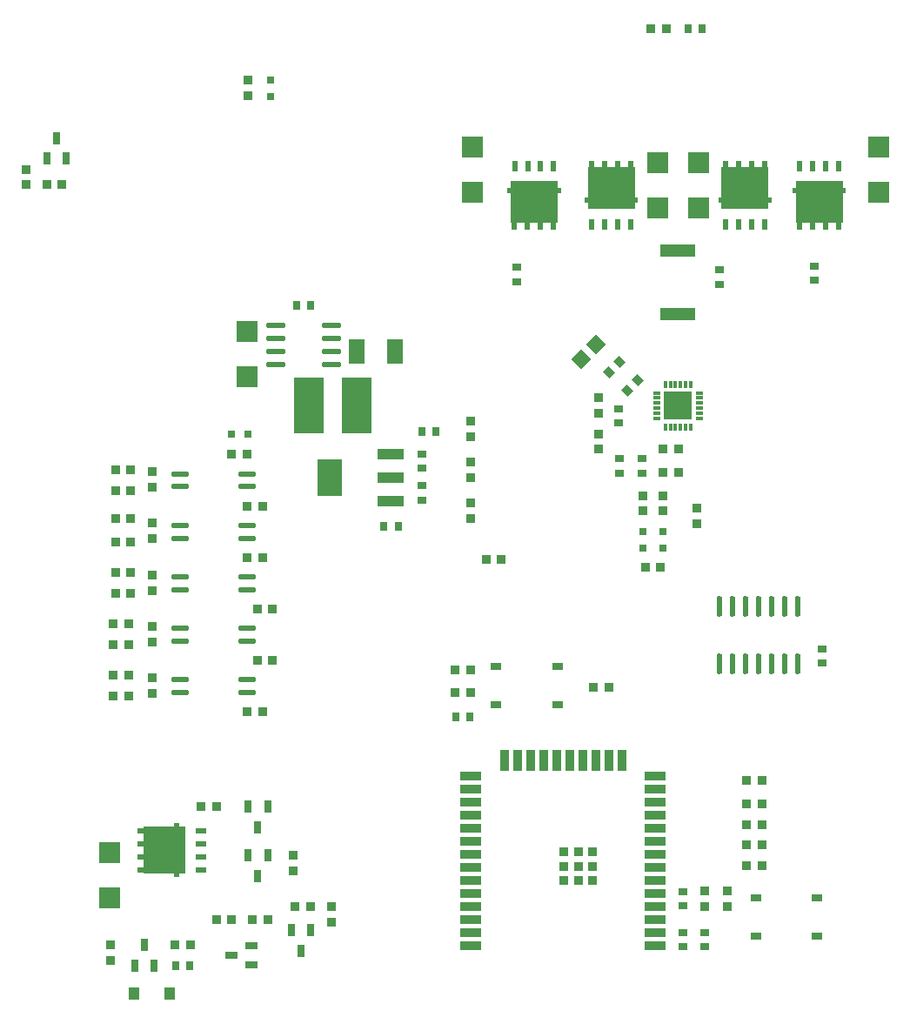
<source format=gbr>
%TF.GenerationSoftware,KiCad,Pcbnew,9.0.0*%
%TF.CreationDate,2025-03-04T23:32:21+01:00*%
%TF.ProjectId,garage-door-controller,67617261-6765-42d6-946f-6f722d636f6e,rev?*%
%TF.SameCoordinates,Original*%
%TF.FileFunction,Paste,Top*%
%TF.FilePolarity,Positive*%
%FSLAX46Y46*%
G04 Gerber Fmt 4.6, Leading zero omitted, Abs format (unit mm)*
G04 Created by KiCad (PCBNEW 9.0.0) date 2025-03-04 23:32:21*
%MOMM*%
%LPD*%
G01*
G04 APERTURE LIST*
G04 Aperture macros list*
%AMRotRect*
0 Rectangle, with rotation*
0 The origin of the aperture is its center*
0 $1 length*
0 $2 width*
0 $3 Rotation angle, in degrees counterclockwise*
0 Add horizontal line*
21,1,$1,$2,0,0,$3*%
G04 Aperture macros list end*
%ADD10R,0.860000X0.810000*%
%ADD11R,0.810000X0.860000*%
%ADD12R,3.460000X1.280000*%
%ADD13R,1.510000X2.380000*%
%ADD14R,0.580000X1.080000*%
%ADD15R,0.950000X0.500000*%
%ADD16R,4.600000X4.100000*%
%ADD17R,1.100000X1.200000*%
%ADD18RotRect,1.410000X1.350000X45.000000*%
%ADD19R,0.800000X0.900000*%
%ADD20R,1.000000X0.750000*%
%ADD21R,2.000000X2.000000*%
%ADD22R,0.900000X0.800000*%
%ADD23R,0.700000X1.250000*%
%ADD24R,0.800000X0.800000*%
%ADD25R,1.250000X0.700000*%
%ADD26R,1.080000X0.580000*%
%ADD27R,0.500000X0.950000*%
%ADD28R,4.100000X4.600000*%
%ADD29O,0.570000X2.040000*%
%ADD30O,1.710000X0.560000*%
%ADD31RotRect,0.800000X0.900000X225.000000*%
%ADD32R,0.800000X0.300000*%
%ADD33R,0.300000X0.800000*%
%ADD34R,2.800000X2.800000*%
%ADD35R,2.500000X1.100000*%
%ADD36R,2.340000X3.600000*%
%ADD37R,2.100000X0.950000*%
%ADD38R,0.950000X2.100000*%
%ADD39R,0.900000X0.900000*%
%ADD40R,3.000000X5.500000*%
%ADD41O,1.950000X0.570000*%
%ADD42RotRect,0.800000X0.900000X45.000000*%
G04 APERTURE END LIST*
D10*
%TO.C,R36*%
X98492380Y-96500000D03*
X98492380Y-95000000D03*
%TD*%
D11*
%TO.C,R3*%
X63950000Y-95760000D03*
X65450000Y-95760000D03*
%TD*%
D12*
%TO.C,RS1*%
X118700000Y-80570000D03*
X118700000Y-74430000D03*
%TD*%
D13*
%TO.C,C4*%
X91110000Y-84250000D03*
X87390000Y-84250000D03*
%TD*%
D14*
%TO.C,Q12*%
X134350000Y-66170000D03*
X133080000Y-66170000D03*
X131820000Y-66170000D03*
X130550000Y-66170000D03*
X130540000Y-71830000D03*
X131810000Y-71830000D03*
X133080000Y-71830000D03*
X134350000Y-71830000D03*
D15*
X134620000Y-68540000D03*
D16*
X132450000Y-69690000D03*
D15*
X130280000Y-68540000D03*
%TD*%
D17*
%TO.C,ZD1*%
X65770000Y-146700000D03*
X69230000Y-146700000D03*
%TD*%
D10*
%TO.C,R46*%
X117250000Y-99750000D03*
X117250000Y-98250000D03*
%TD*%
D11*
%TO.C,R11*%
X63750000Y-117760000D03*
X65250000Y-117760000D03*
%TD*%
D10*
%TO.C,R17*%
X67500000Y-112510000D03*
X67500000Y-111010000D03*
%TD*%
D18*
%TO.C,C12*%
X109292893Y-84957107D03*
X110707107Y-83542893D03*
%TD*%
D19*
%TO.C,C18*%
X119650001Y-52850477D03*
X121050001Y-52850477D03*
%TD*%
D20*
%TO.C,SW2*%
X132250000Y-141100000D03*
X126250000Y-141100000D03*
X132250000Y-137400000D03*
X126250000Y-137400000D03*
%TD*%
D10*
%TO.C,R49*%
X123500000Y-136750000D03*
X123500000Y-138250000D03*
%TD*%
D19*
%TO.C,C5*%
X91450000Y-101250000D03*
X90050000Y-101250000D03*
%TD*%
D10*
%TO.C,R39*%
X111000000Y-88750000D03*
X111000000Y-90250000D03*
%TD*%
%TO.C,R30*%
X81250000Y-133250000D03*
X81250000Y-134750000D03*
%TD*%
D11*
%TO.C,R19*%
X71250000Y-142000000D03*
X69750000Y-142000000D03*
%TD*%
%TO.C,R8*%
X63950000Y-105760000D03*
X65450000Y-105760000D03*
%TD*%
%TO.C,R52*%
X125345188Y-134250000D03*
X126845188Y-134250000D03*
%TD*%
D21*
%TO.C,D6*%
X138200000Y-68700000D03*
X138200000Y-64300000D03*
%TD*%
D22*
%TO.C,C24*%
X132750000Y-114541940D03*
X132750000Y-113141940D03*
%TD*%
D11*
%TO.C,R6*%
X63950000Y-100460000D03*
X65450000Y-100460000D03*
%TD*%
D10*
%TO.C,R42*%
X115250000Y-99750000D03*
X115250000Y-98250000D03*
%TD*%
D11*
%TO.C,R33*%
X98500000Y-115250000D03*
X97000000Y-115250000D03*
%TD*%
D22*
%TO.C,C20*%
X122700001Y-77700000D03*
X122700001Y-76300000D03*
%TD*%
D23*
%TO.C,Q6*%
X78756000Y-128532000D03*
X76856000Y-128532000D03*
X77806000Y-130532000D03*
%TD*%
D11*
%TO.C,R55*%
X125345188Y-126000000D03*
X126845188Y-126000000D03*
%TD*%
%TO.C,R47*%
X117000000Y-105250000D03*
X115500000Y-105250000D03*
%TD*%
D24*
%TO.C,LED2*%
X79000000Y-59449999D03*
X79000000Y-57849999D03*
%TD*%
D22*
%TO.C,C15*%
X112985000Y-96052214D03*
X112985000Y-94652214D03*
%TD*%
D10*
%TO.C,R40*%
X111000000Y-93750000D03*
X111000000Y-92250000D03*
%TD*%
%TO.C,R48*%
X120500000Y-101000000D03*
X120500000Y-99500000D03*
%TD*%
D25*
%TO.C,Q5*%
X77218000Y-143956000D03*
X77218000Y-142056000D03*
X75218000Y-143006000D03*
%TD*%
D26*
%TO.C,Q4*%
X72270000Y-134650000D03*
X72270000Y-133380000D03*
X72270000Y-132120000D03*
X72270000Y-130850000D03*
X66610000Y-130840000D03*
X66610000Y-132110000D03*
X66610000Y-133380000D03*
X66610000Y-134650000D03*
D27*
X69900000Y-134920000D03*
D28*
X68750000Y-132750000D03*
D27*
X69900000Y-130580000D03*
%TD*%
D21*
%TO.C,D2*%
X76750000Y-82300000D03*
X76750000Y-86700000D03*
%TD*%
D29*
%TO.C,U10*%
X130310000Y-109071940D03*
X129040000Y-109071940D03*
X127770000Y-109071940D03*
X126500000Y-109071940D03*
X125230000Y-109071940D03*
X123960000Y-109071940D03*
X122690000Y-109071940D03*
X122690000Y-114611940D03*
X123960000Y-114611940D03*
X125230000Y-114611940D03*
X126500000Y-114611940D03*
X127770000Y-114611940D03*
X129040000Y-114611940D03*
X130310000Y-114611940D03*
%TD*%
D11*
%TO.C,R21*%
X75250000Y-139500000D03*
X73750000Y-139500000D03*
%TD*%
D21*
%TO.C,D3*%
X98700000Y-68700000D03*
X98700000Y-64300000D03*
%TD*%
D23*
%TO.C,Q1*%
X57244000Y-65468000D03*
X59144000Y-65468000D03*
X58194000Y-63468000D03*
%TD*%
D22*
%TO.C,C11*%
X103000000Y-77450000D03*
X103000000Y-76050000D03*
%TD*%
D11*
%TO.C,R31*%
X81450000Y-138250000D03*
X82950000Y-138250000D03*
%TD*%
D22*
%TO.C,C8*%
X93750000Y-98700000D03*
X93750000Y-97300000D03*
%TD*%
D11*
%TO.C,R38*%
X100000000Y-104500000D03*
X101500000Y-104500000D03*
%TD*%
D10*
%TO.C,R15*%
X67500000Y-102410000D03*
X67500000Y-100910000D03*
%TD*%
D30*
%TO.C,U5*%
X70240000Y-116130000D03*
X70240000Y-117390000D03*
X76760000Y-117390000D03*
X76760000Y-116130000D03*
%TD*%
D11*
%TO.C,R41*%
X110440000Y-116900000D03*
X111940000Y-116900000D03*
%TD*%
D24*
%TO.C,LED1*%
X76800000Y-92250000D03*
X75200000Y-92250000D03*
%TD*%
D31*
%TO.C,C13*%
X112994975Y-85255025D03*
X112005025Y-86244975D03*
%TD*%
D10*
%TO.C,R14*%
X67500000Y-97429253D03*
X67500000Y-95929253D03*
%TD*%
D32*
%TO.C,U9*%
X116660000Y-88250000D03*
X116660000Y-88750000D03*
X116660000Y-89250000D03*
X116660000Y-89750000D03*
X116660000Y-90250000D03*
X116660000Y-90750000D03*
D33*
X117450000Y-91550000D03*
X117950000Y-91550000D03*
X118450000Y-91550000D03*
X118950000Y-91550000D03*
X119450000Y-91550000D03*
X119950000Y-91550000D03*
D32*
X120740000Y-90750000D03*
X120740000Y-90250000D03*
X120740000Y-89750000D03*
X120740000Y-89250000D03*
X120740000Y-88750000D03*
X120740000Y-88250000D03*
D33*
X119950000Y-87450000D03*
X119450000Y-87450000D03*
X118950000Y-87450000D03*
X118450000Y-87450000D03*
X117950000Y-87450000D03*
X117450000Y-87450000D03*
D34*
X118700000Y-89500000D03*
%TD*%
D22*
%TO.C,C14*%
X112900000Y-89800000D03*
X112900000Y-91200000D03*
%TD*%
D11*
%TO.C,R10*%
X63750000Y-110760000D03*
X65250000Y-110760000D03*
%TD*%
D14*
%TO.C,Q9*%
X106600000Y-66170000D03*
X105330000Y-66170000D03*
X104070000Y-66170000D03*
X102800000Y-66170000D03*
X102790000Y-71830000D03*
X104060000Y-71830000D03*
X105330000Y-71830000D03*
X106600000Y-71830000D03*
D15*
X106870000Y-68540000D03*
D16*
X104700000Y-69690000D03*
D15*
X102530000Y-68540000D03*
%TD*%
D10*
%TO.C,R37*%
X98492380Y-100500000D03*
X98492380Y-99000000D03*
%TD*%
D19*
%TO.C,C6*%
X95150000Y-92000000D03*
X93750000Y-92000000D03*
%TD*%
D11*
%TO.C,R53*%
X125345188Y-130250000D03*
X126845188Y-130250000D03*
%TD*%
D35*
%TO.C,U7*%
X90749998Y-98800000D03*
X90749998Y-96500000D03*
X90749998Y-94200000D03*
D36*
X84809998Y-96500000D03*
%TD*%
D37*
%TO.C,U8*%
X116500000Y-142020000D03*
X116500000Y-140750000D03*
X116500000Y-139480000D03*
X116500000Y-138210000D03*
X116500000Y-136940000D03*
X116500000Y-135670000D03*
X116500000Y-134400000D03*
X116500000Y-133130000D03*
X116500000Y-131860000D03*
X116500000Y-130590000D03*
X116500000Y-129320000D03*
X116500000Y-128050000D03*
X116500000Y-126780000D03*
X116500000Y-125510000D03*
D38*
X113210000Y-124020000D03*
X111940000Y-124020000D03*
X110670000Y-124020000D03*
X109400000Y-124020000D03*
X108130000Y-124020000D03*
X106860000Y-124020000D03*
X105590000Y-124020000D03*
X104320000Y-124020000D03*
X103050000Y-124020000D03*
X101780000Y-124020000D03*
D37*
X98500000Y-125510000D03*
X98500000Y-126780000D03*
X98500000Y-128050000D03*
X98500000Y-129320000D03*
X98500000Y-130590000D03*
X98500000Y-131860000D03*
X98500000Y-133130000D03*
X98500000Y-134400000D03*
X98500000Y-135670000D03*
X98500000Y-136940000D03*
X98500000Y-138210000D03*
X98500000Y-139480000D03*
X98500000Y-140750000D03*
X98500000Y-142020000D03*
D39*
X107600000Y-135740000D03*
X109000000Y-135740000D03*
X110400000Y-135740000D03*
X107600000Y-134340000D03*
X109000000Y-134340000D03*
X110400000Y-134340000D03*
X107600000Y-132940000D03*
X109000000Y-132940000D03*
X110400000Y-132940000D03*
%TD*%
D11*
%TO.C,R20*%
X72270000Y-128500000D03*
X73770000Y-128500000D03*
%TD*%
%TO.C,R43*%
X116050000Y-52850477D03*
X117550000Y-52850477D03*
%TD*%
%TO.C,R9*%
X63750000Y-112760000D03*
X65250000Y-112760000D03*
%TD*%
D21*
%TO.C,D5*%
X120700001Y-65850000D03*
X120700001Y-70250000D03*
%TD*%
D23*
%TO.C,Q8*%
X82956000Y-140532000D03*
X81056000Y-140532000D03*
X82006000Y-142532000D03*
%TD*%
D10*
%TO.C,R13*%
X63500000Y-142000000D03*
X63500000Y-143500000D03*
%TD*%
%TO.C,R1*%
X55250000Y-68000000D03*
X55250000Y-66500000D03*
%TD*%
%TO.C,R22*%
X76849999Y-57850000D03*
X76849999Y-59350000D03*
%TD*%
D19*
%TO.C,C1*%
X71200000Y-144000000D03*
X69800000Y-144000000D03*
%TD*%
D11*
%TO.C,R26*%
X79250000Y-109250000D03*
X77750000Y-109250000D03*
%TD*%
%TO.C,R2*%
X57250000Y-68000000D03*
X58750000Y-68000000D03*
%TD*%
D30*
%TO.C,U4*%
X70240000Y-111130000D03*
X70240000Y-112390000D03*
X76760000Y-112390000D03*
X76760000Y-111130000D03*
%TD*%
D10*
%TO.C,R16*%
X67500000Y-107510000D03*
X67500000Y-106010000D03*
%TD*%
%TO.C,R35*%
X98492380Y-92500000D03*
X98492380Y-91000000D03*
%TD*%
D11*
%TO.C,R5*%
X63950000Y-102760000D03*
X65450000Y-102760000D03*
%TD*%
%TO.C,R44*%
X117235000Y-93750000D03*
X118735000Y-93750000D03*
%TD*%
%TO.C,R12*%
X63750000Y-115760000D03*
X65250000Y-115760000D03*
%TD*%
D22*
%TO.C,C19*%
X119150000Y-140749999D03*
X119150000Y-142149999D03*
%TD*%
D11*
%TO.C,R27*%
X79250000Y-114250000D03*
X77750000Y-114250000D03*
%TD*%
D19*
%TO.C,C3*%
X82962961Y-79700000D03*
X81562961Y-79700000D03*
%TD*%
D10*
%TO.C,R32*%
X85000000Y-139750000D03*
X85000000Y-138250000D03*
%TD*%
D20*
%TO.C,SW1*%
X101000000Y-114900000D03*
X107000000Y-114900000D03*
X101000000Y-118600000D03*
X107000000Y-118600000D03*
%TD*%
D23*
%TO.C,Q7*%
X78756000Y-133282000D03*
X76856000Y-133282000D03*
X77806000Y-135282000D03*
%TD*%
D11*
%TO.C,R54*%
X125345188Y-128250000D03*
X126845188Y-128250000D03*
%TD*%
D21*
%TO.C,D1*%
X63340000Y-137360000D03*
X63340000Y-132960000D03*
%TD*%
D24*
%TO.C,LED4*%
X117250000Y-103349999D03*
X117250000Y-101749999D03*
%TD*%
%TO.C,LED3*%
X115250000Y-103349999D03*
X115250000Y-101749999D03*
%TD*%
D22*
%TO.C,C17*%
X115235000Y-96052214D03*
X115235000Y-94652214D03*
%TD*%
D11*
%TO.C,R51*%
X125345188Y-132250000D03*
X126845188Y-132250000D03*
%TD*%
D21*
%TO.C,D4*%
X116700001Y-65850000D03*
X116700001Y-70250000D03*
%TD*%
D11*
%TO.C,R29*%
X77250000Y-139500000D03*
X78750000Y-139500000D03*
%TD*%
D14*
%TO.C,Q11*%
X123300001Y-71830000D03*
X124570001Y-71830000D03*
X125830001Y-71830000D03*
X127100001Y-71830000D03*
X127110001Y-66170000D03*
X125840001Y-66170000D03*
X124570001Y-66170000D03*
X123300001Y-66170000D03*
D15*
X123030001Y-69460000D03*
D16*
X125200001Y-68310000D03*
D15*
X127370001Y-69460000D03*
%TD*%
D19*
%TO.C,C10*%
X97050000Y-119750000D03*
X98450000Y-119750000D03*
%TD*%
D22*
%TO.C,C23*%
X132000000Y-77300000D03*
X132000000Y-75900000D03*
%TD*%
D10*
%TO.C,R18*%
X67500000Y-117510000D03*
X67500000Y-116010000D03*
%TD*%
D30*
%TO.C,U1*%
X70240000Y-96130000D03*
X70240000Y-97390000D03*
X76760000Y-97390000D03*
X76760000Y-96130000D03*
%TD*%
D11*
%TO.C,R34*%
X98500000Y-117450000D03*
X97000000Y-117450000D03*
%TD*%
%TO.C,R24*%
X78250000Y-99260000D03*
X76750000Y-99260000D03*
%TD*%
%TO.C,R28*%
X78250000Y-119260000D03*
X76750000Y-119260000D03*
%TD*%
%TO.C,R7*%
X63950000Y-107760000D03*
X65450000Y-107760000D03*
%TD*%
%TO.C,R45*%
X117235000Y-96000000D03*
X118735000Y-96000000D03*
%TD*%
%TO.C,R4*%
X63950000Y-97760000D03*
X65450000Y-97760000D03*
%TD*%
%TO.C,R23*%
X75250000Y-94250001D03*
X76750000Y-94250001D03*
%TD*%
D22*
%TO.C,C7*%
X93750000Y-95600000D03*
X93750000Y-94200000D03*
%TD*%
D40*
%TO.C,L1*%
X82750000Y-89500000D03*
X87410000Y-89500000D03*
%TD*%
D23*
%TO.C,Q2*%
X65794000Y-143968000D03*
X67694000Y-143968000D03*
X66744000Y-141968000D03*
%TD*%
D30*
%TO.C,U2*%
X70240000Y-101130000D03*
X70240000Y-102390000D03*
X76760000Y-102390000D03*
X76760000Y-101130000D03*
%TD*%
D41*
%TO.C,U6*%
X79540000Y-81677500D03*
X79540000Y-82957500D03*
X79540000Y-84217500D03*
X79540000Y-85487500D03*
X84960000Y-85487500D03*
X84960000Y-84217500D03*
X84960000Y-82957500D03*
X84960000Y-81677500D03*
%TD*%
D22*
%TO.C,C22*%
X119150000Y-138200000D03*
X119150000Y-136800000D03*
%TD*%
D30*
%TO.C,U3*%
X70240000Y-106130000D03*
X70240000Y-107390000D03*
X76760000Y-107390000D03*
X76760000Y-106130000D03*
%TD*%
D10*
%TO.C,R50*%
X121250000Y-138250000D03*
X121250000Y-136750000D03*
%TD*%
D11*
%TO.C,R25*%
X78250000Y-104260000D03*
X76750000Y-104260000D03*
%TD*%
D14*
%TO.C,Q10*%
X110300001Y-71830000D03*
X111570001Y-71830000D03*
X112830001Y-71830000D03*
X114100001Y-71830000D03*
X114110001Y-66170000D03*
X112840001Y-66170000D03*
X111570001Y-66170000D03*
X110300001Y-66170000D03*
D15*
X110030001Y-69460000D03*
D16*
X112200001Y-68310000D03*
D15*
X114370001Y-69460000D03*
%TD*%
D22*
%TO.C,C21*%
X121250000Y-140749999D03*
X121250000Y-142149999D03*
%TD*%
D42*
%TO.C,C16*%
X113755025Y-87994975D03*
X114744975Y-87005025D03*
%TD*%
M02*

</source>
